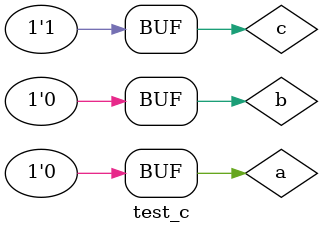
<source format=v>
`timescale 1ns / 1ps

module test_c(

    );
    
    reg a, b, c;
    wire s;
    
    main circ(a, b, c); //dut [device unit test]
    initial begin
    a = 1;
    b = 0;
    c = 0;
    #500;
    
    a = 0;
    b = 1;
    c = 0;
    #500;
        
    a = 1;
    b = 1;
    c = 0;
    #500;
        
    a = 0;
    b = 0;
    c = 1;
    #500;
    end
    
endmodule

</source>
